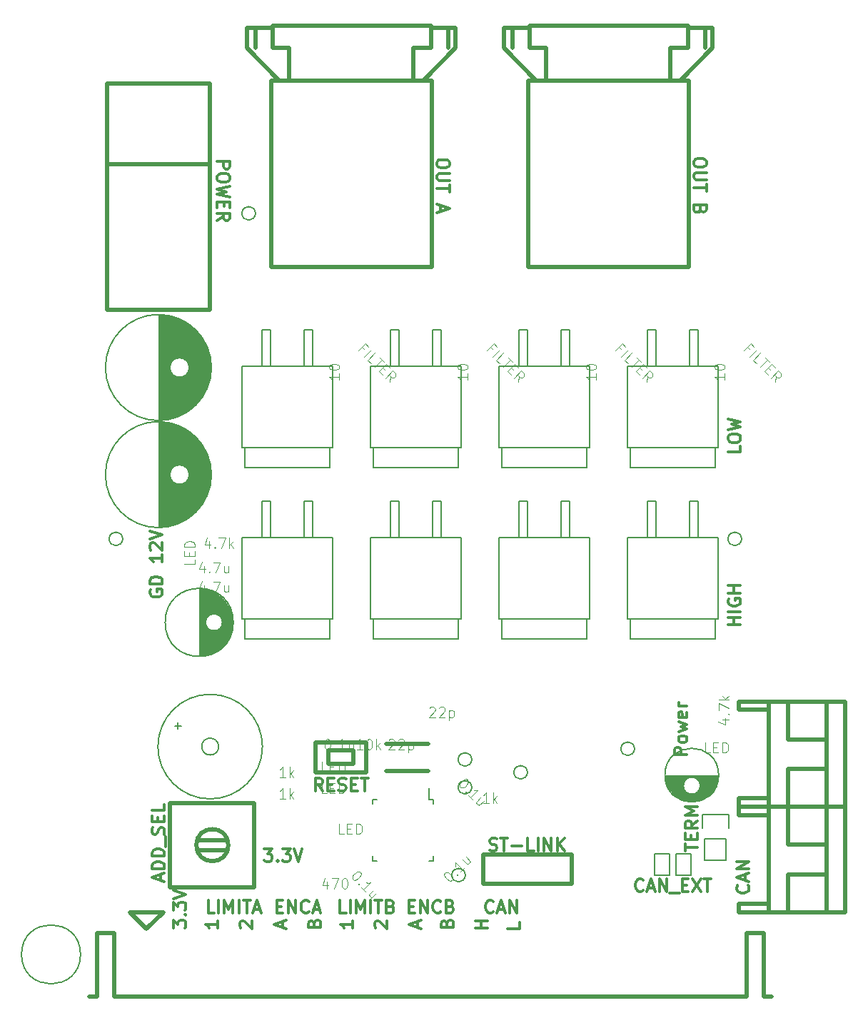
<source format=gbr>
G04 #@! TF.FileFunction,Legend,Top*
%FSLAX46Y46*%
G04 Gerber Fmt 4.6, Leading zero omitted, Abs format (unit mm)*
G04 Created by KiCad (PCBNEW 4.0.3-stable) date 09/16/16 16:21:31*
%MOMM*%
%LPD*%
G01*
G04 APERTURE LIST*
%ADD10C,0.100000*%
%ADD11C,0.300000*%
%ADD12C,0.200000*%
%ADD13C,0.500000*%
%ADD14C,0.150000*%
%ADD15C,0.101600*%
G04 APERTURE END LIST*
D10*
D11*
X80204571Y-82724286D02*
X80204571Y-81867143D01*
X81704571Y-82295714D02*
X80204571Y-82295714D01*
X80918857Y-81367143D02*
X80918857Y-80867143D01*
X81704571Y-80652857D02*
X81704571Y-81367143D01*
X80204571Y-81367143D01*
X80204571Y-80652857D01*
X81704571Y-79152857D02*
X80990286Y-79652857D01*
X81704571Y-80010000D02*
X80204571Y-80010000D01*
X80204571Y-79438572D01*
X80276000Y-79295714D01*
X80347429Y-79224286D01*
X80490286Y-79152857D01*
X80704571Y-79152857D01*
X80847429Y-79224286D01*
X80918857Y-79295714D01*
X80990286Y-79438572D01*
X80990286Y-80010000D01*
X81704571Y-78510000D02*
X80204571Y-78510000D01*
X81276000Y-78010000D01*
X80204571Y-77510000D01*
X81704571Y-77510000D01*
X75240001Y-87403714D02*
X75168572Y-87475143D01*
X74954286Y-87546571D01*
X74811429Y-87546571D01*
X74597144Y-87475143D01*
X74454286Y-87332286D01*
X74382858Y-87189429D01*
X74311429Y-86903714D01*
X74311429Y-86689429D01*
X74382858Y-86403714D01*
X74454286Y-86260857D01*
X74597144Y-86118000D01*
X74811429Y-86046571D01*
X74954286Y-86046571D01*
X75168572Y-86118000D01*
X75240001Y-86189429D01*
X75811429Y-87118000D02*
X76525715Y-87118000D01*
X75668572Y-87546571D02*
X76168572Y-86046571D01*
X76668572Y-87546571D01*
X77168572Y-87546571D02*
X77168572Y-86046571D01*
X78025715Y-87546571D01*
X78025715Y-86046571D01*
X78382858Y-87689429D02*
X79525715Y-87689429D01*
X79882858Y-86760857D02*
X80382858Y-86760857D01*
X80597144Y-87546571D02*
X79882858Y-87546571D01*
X79882858Y-86046571D01*
X80597144Y-86046571D01*
X81097144Y-86046571D02*
X82097144Y-87546571D01*
X82097144Y-86046571D02*
X81097144Y-87546571D01*
X82454286Y-86046571D02*
X83311429Y-86046571D01*
X82882858Y-87546571D02*
X82882858Y-86046571D01*
X37191429Y-75608571D02*
X36691429Y-74894286D01*
X36334286Y-75608571D02*
X36334286Y-74108571D01*
X36905714Y-74108571D01*
X37048572Y-74180000D01*
X37120000Y-74251429D01*
X37191429Y-74394286D01*
X37191429Y-74608571D01*
X37120000Y-74751429D01*
X37048572Y-74822857D01*
X36905714Y-74894286D01*
X36334286Y-74894286D01*
X37834286Y-74822857D02*
X38334286Y-74822857D01*
X38548572Y-75608571D02*
X37834286Y-75608571D01*
X37834286Y-74108571D01*
X38548572Y-74108571D01*
X39120000Y-75537143D02*
X39334286Y-75608571D01*
X39691429Y-75608571D01*
X39834286Y-75537143D01*
X39905715Y-75465714D01*
X39977143Y-75322857D01*
X39977143Y-75180000D01*
X39905715Y-75037143D01*
X39834286Y-74965714D01*
X39691429Y-74894286D01*
X39405715Y-74822857D01*
X39262857Y-74751429D01*
X39191429Y-74680000D01*
X39120000Y-74537143D01*
X39120000Y-74394286D01*
X39191429Y-74251429D01*
X39262857Y-74180000D01*
X39405715Y-74108571D01*
X39762857Y-74108571D01*
X39977143Y-74180000D01*
X40620000Y-74822857D02*
X41120000Y-74822857D01*
X41334286Y-75608571D02*
X40620000Y-75608571D01*
X40620000Y-74108571D01*
X41334286Y-74108571D01*
X41762857Y-74108571D02*
X42620000Y-74108571D01*
X42191429Y-75608571D02*
X42191429Y-74108571D01*
X86784571Y-55915429D02*
X85284571Y-55915429D01*
X85998857Y-55915429D02*
X85998857Y-55058286D01*
X86784571Y-55058286D02*
X85284571Y-55058286D01*
X86784571Y-54344000D02*
X85284571Y-54344000D01*
X85356000Y-52844000D02*
X85284571Y-52986857D01*
X85284571Y-53201143D01*
X85356000Y-53415428D01*
X85498857Y-53558286D01*
X85641714Y-53629714D01*
X85927429Y-53701143D01*
X86141714Y-53701143D01*
X86427429Y-53629714D01*
X86570286Y-53558286D01*
X86713143Y-53415428D01*
X86784571Y-53201143D01*
X86784571Y-53058286D01*
X86713143Y-52844000D01*
X86641714Y-52772571D01*
X86141714Y-52772571D01*
X86141714Y-53058286D01*
X86784571Y-52129714D02*
X85284571Y-52129714D01*
X85998857Y-52129714D02*
X85998857Y-51272571D01*
X86784571Y-51272571D02*
X85284571Y-51272571D01*
X86784571Y-34706571D02*
X86784571Y-35420857D01*
X85284571Y-35420857D01*
X85284571Y-33920857D02*
X85284571Y-33635143D01*
X85356000Y-33492285D01*
X85498857Y-33349428D01*
X85784571Y-33278000D01*
X86284571Y-33278000D01*
X86570286Y-33349428D01*
X86713143Y-33492285D01*
X86784571Y-33635143D01*
X86784571Y-33920857D01*
X86713143Y-34063714D01*
X86570286Y-34206571D01*
X86284571Y-34278000D01*
X85784571Y-34278000D01*
X85498857Y-34206571D01*
X85356000Y-34063714D01*
X85284571Y-33920857D01*
X85284571Y-32777999D02*
X86784571Y-32420856D01*
X85713143Y-32135142D01*
X86784571Y-31849428D01*
X85284571Y-31492285D01*
X57039428Y-82649143D02*
X57253714Y-82720571D01*
X57610857Y-82720571D01*
X57753714Y-82649143D01*
X57825143Y-82577714D01*
X57896571Y-82434857D01*
X57896571Y-82292000D01*
X57825143Y-82149143D01*
X57753714Y-82077714D01*
X57610857Y-82006286D01*
X57325143Y-81934857D01*
X57182285Y-81863429D01*
X57110857Y-81792000D01*
X57039428Y-81649143D01*
X57039428Y-81506286D01*
X57110857Y-81363429D01*
X57182285Y-81292000D01*
X57325143Y-81220571D01*
X57682285Y-81220571D01*
X57896571Y-81292000D01*
X58325142Y-81220571D02*
X59182285Y-81220571D01*
X58753714Y-82720571D02*
X58753714Y-81220571D01*
X59682285Y-82149143D02*
X60825142Y-82149143D01*
X62253714Y-82720571D02*
X61539428Y-82720571D01*
X61539428Y-81220571D01*
X62753714Y-82720571D02*
X62753714Y-81220571D01*
X63468000Y-82720571D02*
X63468000Y-81220571D01*
X64325143Y-82720571D01*
X64325143Y-81220571D01*
X65039429Y-82720571D02*
X65039429Y-81220571D01*
X65896572Y-82720571D02*
X65253715Y-81863429D01*
X65896572Y-81220571D02*
X65039429Y-82077714D01*
X18030000Y-86216571D02*
X18030000Y-85502285D01*
X18458571Y-86359428D02*
X16958571Y-85859428D01*
X18458571Y-85359428D01*
X18458571Y-84859428D02*
X16958571Y-84859428D01*
X16958571Y-84502285D01*
X17030000Y-84288000D01*
X17172857Y-84145142D01*
X17315714Y-84073714D01*
X17601429Y-84002285D01*
X17815714Y-84002285D01*
X18101429Y-84073714D01*
X18244286Y-84145142D01*
X18387143Y-84288000D01*
X18458571Y-84502285D01*
X18458571Y-84859428D01*
X18458571Y-83359428D02*
X16958571Y-83359428D01*
X16958571Y-83002285D01*
X17030000Y-82788000D01*
X17172857Y-82645142D01*
X17315714Y-82573714D01*
X17601429Y-82502285D01*
X17815714Y-82502285D01*
X18101429Y-82573714D01*
X18244286Y-82645142D01*
X18387143Y-82788000D01*
X18458571Y-83002285D01*
X18458571Y-83359428D01*
X18601429Y-82216571D02*
X18601429Y-81073714D01*
X18387143Y-80788000D02*
X18458571Y-80573714D01*
X18458571Y-80216571D01*
X18387143Y-80073714D01*
X18315714Y-80002285D01*
X18172857Y-79930857D01*
X18030000Y-79930857D01*
X17887143Y-80002285D01*
X17815714Y-80073714D01*
X17744286Y-80216571D01*
X17672857Y-80502285D01*
X17601429Y-80645143D01*
X17530000Y-80716571D01*
X17387143Y-80788000D01*
X17244286Y-80788000D01*
X17101429Y-80716571D01*
X17030000Y-80645143D01*
X16958571Y-80502285D01*
X16958571Y-80145143D01*
X17030000Y-79930857D01*
X17672857Y-79288000D02*
X17672857Y-78788000D01*
X18458571Y-78573714D02*
X18458571Y-79288000D01*
X16958571Y-79288000D01*
X16958571Y-78573714D01*
X18458571Y-77216571D02*
X18458571Y-77930857D01*
X16958571Y-77930857D01*
X30297715Y-82490571D02*
X31226286Y-82490571D01*
X30726286Y-83062000D01*
X30940572Y-83062000D01*
X31083429Y-83133429D01*
X31154858Y-83204857D01*
X31226286Y-83347714D01*
X31226286Y-83704857D01*
X31154858Y-83847714D01*
X31083429Y-83919143D01*
X30940572Y-83990571D01*
X30512000Y-83990571D01*
X30369143Y-83919143D01*
X30297715Y-83847714D01*
X31869143Y-83847714D02*
X31940571Y-83919143D01*
X31869143Y-83990571D01*
X31797714Y-83919143D01*
X31869143Y-83847714D01*
X31869143Y-83990571D01*
X32440572Y-82490571D02*
X33369143Y-82490571D01*
X32869143Y-83062000D01*
X33083429Y-83062000D01*
X33226286Y-83133429D01*
X33297715Y-83204857D01*
X33369143Y-83347714D01*
X33369143Y-83704857D01*
X33297715Y-83847714D01*
X33226286Y-83919143D01*
X33083429Y-83990571D01*
X32654857Y-83990571D01*
X32512000Y-83919143D01*
X32440572Y-83847714D01*
X33797714Y-82490571D02*
X34297714Y-83990571D01*
X34797714Y-82490571D01*
X80434571Y-71290285D02*
X78934571Y-71290285D01*
X78934571Y-70718857D01*
X79006000Y-70575999D01*
X79077429Y-70504571D01*
X79220286Y-70433142D01*
X79434571Y-70433142D01*
X79577429Y-70504571D01*
X79648857Y-70575999D01*
X79720286Y-70718857D01*
X79720286Y-71290285D01*
X80434571Y-69575999D02*
X80363143Y-69718857D01*
X80291714Y-69790285D01*
X80148857Y-69861714D01*
X79720286Y-69861714D01*
X79577429Y-69790285D01*
X79506000Y-69718857D01*
X79434571Y-69575999D01*
X79434571Y-69361714D01*
X79506000Y-69218857D01*
X79577429Y-69147428D01*
X79720286Y-69075999D01*
X80148857Y-69075999D01*
X80291714Y-69147428D01*
X80363143Y-69218857D01*
X80434571Y-69361714D01*
X80434571Y-69575999D01*
X79434571Y-68575999D02*
X80434571Y-68290285D01*
X79720286Y-68004571D01*
X80434571Y-67718856D01*
X79434571Y-67433142D01*
X80363143Y-66290285D02*
X80434571Y-66433142D01*
X80434571Y-66718856D01*
X80363143Y-66861713D01*
X80220286Y-66933142D01*
X79648857Y-66933142D01*
X79506000Y-66861713D01*
X79434571Y-66718856D01*
X79434571Y-66433142D01*
X79506000Y-66290285D01*
X79648857Y-66218856D01*
X79791714Y-66218856D01*
X79934571Y-66933142D01*
X80434571Y-65575999D02*
X79434571Y-65575999D01*
X79720286Y-65575999D02*
X79577429Y-65504571D01*
X79506000Y-65433142D01*
X79434571Y-65290285D01*
X79434571Y-65147428D01*
X60622571Y-91229714D02*
X60622571Y-91944000D01*
X59122571Y-91944000D01*
X56812571Y-91868571D02*
X55312571Y-91868571D01*
X56026857Y-91868571D02*
X56026857Y-91011428D01*
X56812571Y-91011428D02*
X55312571Y-91011428D01*
X51962857Y-91332857D02*
X52034286Y-91118571D01*
X52105714Y-91047143D01*
X52248571Y-90975714D01*
X52462857Y-90975714D01*
X52605714Y-91047143D01*
X52677143Y-91118571D01*
X52748571Y-91261429D01*
X52748571Y-91832857D01*
X51248571Y-91832857D01*
X51248571Y-91332857D01*
X51320000Y-91190000D01*
X51391429Y-91118571D01*
X51534286Y-91047143D01*
X51677143Y-91047143D01*
X51820000Y-91118571D01*
X51891429Y-91190000D01*
X51962857Y-91332857D01*
X51962857Y-91832857D01*
X48510000Y-91797143D02*
X48510000Y-91082857D01*
X48938571Y-91940000D02*
X47438571Y-91440000D01*
X48938571Y-90940000D01*
X43517429Y-91868571D02*
X43446000Y-91797142D01*
X43374571Y-91654285D01*
X43374571Y-91297142D01*
X43446000Y-91154285D01*
X43517429Y-91082856D01*
X43660286Y-91011428D01*
X43803143Y-91011428D01*
X44017429Y-91082856D01*
X44874571Y-91939999D01*
X44874571Y-91011428D01*
X40810571Y-91011428D02*
X40810571Y-91868571D01*
X40810571Y-91439999D02*
X39310571Y-91439999D01*
X39524857Y-91582856D01*
X39667714Y-91725714D01*
X39739143Y-91868571D01*
X36214857Y-91332857D02*
X36286286Y-91118571D01*
X36357714Y-91047143D01*
X36500571Y-90975714D01*
X36714857Y-90975714D01*
X36857714Y-91047143D01*
X36929143Y-91118571D01*
X37000571Y-91261429D01*
X37000571Y-91832857D01*
X35500571Y-91832857D01*
X35500571Y-91332857D01*
X35572000Y-91190000D01*
X35643429Y-91118571D01*
X35786286Y-91047143D01*
X35929143Y-91047143D01*
X36072000Y-91118571D01*
X36143429Y-91190000D01*
X36214857Y-91332857D01*
X36214857Y-91832857D01*
X32508000Y-91797143D02*
X32508000Y-91082857D01*
X32936571Y-91940000D02*
X31436571Y-91440000D01*
X32936571Y-90940000D01*
X27515429Y-91868571D02*
X27444000Y-91797142D01*
X27372571Y-91654285D01*
X27372571Y-91297142D01*
X27444000Y-91154285D01*
X27515429Y-91082856D01*
X27658286Y-91011428D01*
X27801143Y-91011428D01*
X28015429Y-91082856D01*
X28872571Y-91939999D01*
X28872571Y-91011428D01*
X24808571Y-91011428D02*
X24808571Y-91868571D01*
X24808571Y-91439999D02*
X23308571Y-91439999D01*
X23522857Y-91582856D01*
X23665714Y-91725714D01*
X23737143Y-91868571D01*
X19498571Y-91876285D02*
X19498571Y-90947714D01*
X20070000Y-91447714D01*
X20070000Y-91233428D01*
X20141429Y-91090571D01*
X20212857Y-91019142D01*
X20355714Y-90947714D01*
X20712857Y-90947714D01*
X20855714Y-91019142D01*
X20927143Y-91090571D01*
X20998571Y-91233428D01*
X20998571Y-91662000D01*
X20927143Y-91804857D01*
X20855714Y-91876285D01*
X20855714Y-90304857D02*
X20927143Y-90233429D01*
X20998571Y-90304857D01*
X20927143Y-90376286D01*
X20855714Y-90304857D01*
X20998571Y-90304857D01*
X19498571Y-89733428D02*
X19498571Y-88804857D01*
X20070000Y-89304857D01*
X20070000Y-89090571D01*
X20141429Y-88947714D01*
X20212857Y-88876285D01*
X20355714Y-88804857D01*
X20712857Y-88804857D01*
X20855714Y-88876285D01*
X20927143Y-88947714D01*
X20998571Y-89090571D01*
X20998571Y-89519143D01*
X20927143Y-89662000D01*
X20855714Y-89733428D01*
X19498571Y-88376286D02*
X20998571Y-87876286D01*
X19498571Y-87376286D01*
X57455715Y-89943714D02*
X57384286Y-90015143D01*
X57170000Y-90086571D01*
X57027143Y-90086571D01*
X56812858Y-90015143D01*
X56670000Y-89872286D01*
X56598572Y-89729429D01*
X56527143Y-89443714D01*
X56527143Y-89229429D01*
X56598572Y-88943714D01*
X56670000Y-88800857D01*
X56812858Y-88658000D01*
X57027143Y-88586571D01*
X57170000Y-88586571D01*
X57384286Y-88658000D01*
X57455715Y-88729429D01*
X58027143Y-89658000D02*
X58741429Y-89658000D01*
X57884286Y-90086571D02*
X58384286Y-88586571D01*
X58884286Y-90086571D01*
X59384286Y-90086571D02*
X59384286Y-88586571D01*
X60241429Y-90086571D01*
X60241429Y-88586571D01*
X47430857Y-89300857D02*
X47930857Y-89300857D01*
X48145143Y-90086571D02*
X47430857Y-90086571D01*
X47430857Y-88586571D01*
X48145143Y-88586571D01*
X48788000Y-90086571D02*
X48788000Y-88586571D01*
X49645143Y-90086571D01*
X49645143Y-88586571D01*
X51216572Y-89943714D02*
X51145143Y-90015143D01*
X50930857Y-90086571D01*
X50788000Y-90086571D01*
X50573715Y-90015143D01*
X50430857Y-89872286D01*
X50359429Y-89729429D01*
X50288000Y-89443714D01*
X50288000Y-89229429D01*
X50359429Y-88943714D01*
X50430857Y-88800857D01*
X50573715Y-88658000D01*
X50788000Y-88586571D01*
X50930857Y-88586571D01*
X51145143Y-88658000D01*
X51216572Y-88729429D01*
X52359429Y-89300857D02*
X52573715Y-89372286D01*
X52645143Y-89443714D01*
X52716572Y-89586571D01*
X52716572Y-89800857D01*
X52645143Y-89943714D01*
X52573715Y-90015143D01*
X52430857Y-90086571D01*
X51859429Y-90086571D01*
X51859429Y-88586571D01*
X52359429Y-88586571D01*
X52502286Y-88658000D01*
X52573715Y-88729429D01*
X52645143Y-88872286D01*
X52645143Y-89015143D01*
X52573715Y-89158000D01*
X52502286Y-89229429D01*
X52359429Y-89300857D01*
X51859429Y-89300857D01*
X39989429Y-90086571D02*
X39275143Y-90086571D01*
X39275143Y-88586571D01*
X40489429Y-90086571D02*
X40489429Y-88586571D01*
X41203715Y-90086571D02*
X41203715Y-88586571D01*
X41703715Y-89658000D01*
X42203715Y-88586571D01*
X42203715Y-90086571D01*
X42918001Y-90086571D02*
X42918001Y-88586571D01*
X43418001Y-88586571D02*
X44275144Y-88586571D01*
X43846573Y-90086571D02*
X43846573Y-88586571D01*
X45275144Y-89300857D02*
X45489430Y-89372286D01*
X45560858Y-89443714D01*
X45632287Y-89586571D01*
X45632287Y-89800857D01*
X45560858Y-89943714D01*
X45489430Y-90015143D01*
X45346572Y-90086571D01*
X44775144Y-90086571D01*
X44775144Y-88586571D01*
X45275144Y-88586571D01*
X45418001Y-88658000D01*
X45489430Y-88729429D01*
X45560858Y-88872286D01*
X45560858Y-89015143D01*
X45489430Y-89158000D01*
X45418001Y-89229429D01*
X45275144Y-89300857D01*
X44775144Y-89300857D01*
X31790000Y-89300857D02*
X32290000Y-89300857D01*
X32504286Y-90086571D02*
X31790000Y-90086571D01*
X31790000Y-88586571D01*
X32504286Y-88586571D01*
X33147143Y-90086571D02*
X33147143Y-88586571D01*
X34004286Y-90086571D01*
X34004286Y-88586571D01*
X35575715Y-89943714D02*
X35504286Y-90015143D01*
X35290000Y-90086571D01*
X35147143Y-90086571D01*
X34932858Y-90015143D01*
X34790000Y-89872286D01*
X34718572Y-89729429D01*
X34647143Y-89443714D01*
X34647143Y-89229429D01*
X34718572Y-88943714D01*
X34790000Y-88800857D01*
X34932858Y-88658000D01*
X35147143Y-88586571D01*
X35290000Y-88586571D01*
X35504286Y-88658000D01*
X35575715Y-88729429D01*
X36147143Y-89658000D02*
X36861429Y-89658000D01*
X36004286Y-90086571D02*
X36504286Y-88586571D01*
X37004286Y-90086571D01*
X24348572Y-90086571D02*
X23634286Y-90086571D01*
X23634286Y-88586571D01*
X24848572Y-90086571D02*
X24848572Y-88586571D01*
X25562858Y-90086571D02*
X25562858Y-88586571D01*
X26062858Y-89658000D01*
X26562858Y-88586571D01*
X26562858Y-90086571D01*
X27277144Y-90086571D02*
X27277144Y-88586571D01*
X27777144Y-88586571D02*
X28634287Y-88586571D01*
X28205716Y-90086571D02*
X28205716Y-88586571D01*
X29062858Y-89658000D02*
X29777144Y-89658000D01*
X28920001Y-90086571D02*
X29420001Y-88586571D01*
X29920001Y-90086571D01*
X16776000Y-51767999D02*
X16704571Y-51910856D01*
X16704571Y-52125142D01*
X16776000Y-52339427D01*
X16918857Y-52482285D01*
X17061714Y-52553713D01*
X17347429Y-52625142D01*
X17561714Y-52625142D01*
X17847429Y-52553713D01*
X17990286Y-52482285D01*
X18133143Y-52339427D01*
X18204571Y-52125142D01*
X18204571Y-51982285D01*
X18133143Y-51767999D01*
X18061714Y-51696570D01*
X17561714Y-51696570D01*
X17561714Y-51982285D01*
X18204571Y-51053713D02*
X16704571Y-51053713D01*
X16704571Y-50696570D01*
X16776000Y-50482285D01*
X16918857Y-50339427D01*
X17061714Y-50267999D01*
X17347429Y-50196570D01*
X17561714Y-50196570D01*
X17847429Y-50267999D01*
X17990286Y-50339427D01*
X18133143Y-50482285D01*
X18204571Y-50696570D01*
X18204571Y-51053713D01*
X18204571Y-47625142D02*
X18204571Y-48482285D01*
X18204571Y-48053713D02*
X16704571Y-48053713D01*
X16918857Y-48196570D01*
X17061714Y-48339428D01*
X17133143Y-48482285D01*
X16847429Y-47053714D02*
X16776000Y-46982285D01*
X16704571Y-46839428D01*
X16704571Y-46482285D01*
X16776000Y-46339428D01*
X16847429Y-46267999D01*
X16990286Y-46196571D01*
X17133143Y-46196571D01*
X17347429Y-46267999D01*
X18204571Y-47125142D01*
X18204571Y-46196571D01*
X16704571Y-45768000D02*
X18204571Y-45268000D01*
X16704571Y-44768000D01*
X24721429Y-980714D02*
X26221429Y-980714D01*
X26221429Y-1552142D01*
X26150000Y-1695000D01*
X26078571Y-1766428D01*
X25935714Y-1837857D01*
X25721429Y-1837857D01*
X25578571Y-1766428D01*
X25507143Y-1695000D01*
X25435714Y-1552142D01*
X25435714Y-980714D01*
X26221429Y-2766428D02*
X26221429Y-3052142D01*
X26150000Y-3195000D01*
X26007143Y-3337857D01*
X25721429Y-3409285D01*
X25221429Y-3409285D01*
X24935714Y-3337857D01*
X24792857Y-3195000D01*
X24721429Y-3052142D01*
X24721429Y-2766428D01*
X24792857Y-2623571D01*
X24935714Y-2480714D01*
X25221429Y-2409285D01*
X25721429Y-2409285D01*
X26007143Y-2480714D01*
X26150000Y-2623571D01*
X26221429Y-2766428D01*
X26221429Y-3909286D02*
X24721429Y-4266429D01*
X25792857Y-4552143D01*
X24721429Y-4837857D01*
X26221429Y-5195000D01*
X25507143Y-5766429D02*
X25507143Y-6266429D01*
X24721429Y-6480715D02*
X24721429Y-5766429D01*
X26221429Y-5766429D01*
X26221429Y-6480715D01*
X24721429Y-7980715D02*
X25435714Y-7480715D01*
X24721429Y-7123572D02*
X26221429Y-7123572D01*
X26221429Y-7695000D01*
X26150000Y-7837858D01*
X26078571Y-7909286D01*
X25935714Y-7980715D01*
X25721429Y-7980715D01*
X25578571Y-7909286D01*
X25507143Y-7837858D01*
X25435714Y-7695000D01*
X25435714Y-7123572D01*
X82736429Y-988571D02*
X82736429Y-1274285D01*
X82665000Y-1417143D01*
X82522143Y-1560000D01*
X82236429Y-1631428D01*
X81736429Y-1631428D01*
X81450714Y-1560000D01*
X81307857Y-1417143D01*
X81236429Y-1274285D01*
X81236429Y-988571D01*
X81307857Y-845714D01*
X81450714Y-702857D01*
X81736429Y-631428D01*
X82236429Y-631428D01*
X82522143Y-702857D01*
X82665000Y-845714D01*
X82736429Y-988571D01*
X82736429Y-2274286D02*
X81522143Y-2274286D01*
X81379286Y-2345714D01*
X81307857Y-2417143D01*
X81236429Y-2560000D01*
X81236429Y-2845714D01*
X81307857Y-2988572D01*
X81379286Y-3060000D01*
X81522143Y-3131429D01*
X82736429Y-3131429D01*
X82736429Y-3631429D02*
X82736429Y-4488572D01*
X81236429Y-4060001D02*
X82736429Y-4060001D01*
X82022143Y-6631429D02*
X81950714Y-6845715D01*
X81879286Y-6917143D01*
X81736429Y-6988572D01*
X81522143Y-6988572D01*
X81379286Y-6917143D01*
X81307857Y-6845715D01*
X81236429Y-6702857D01*
X81236429Y-6131429D01*
X82736429Y-6131429D01*
X82736429Y-6631429D01*
X82665000Y-6774286D01*
X82593571Y-6845715D01*
X82450714Y-6917143D01*
X82307857Y-6917143D01*
X82165000Y-6845715D01*
X82093571Y-6774286D01*
X82022143Y-6631429D01*
X82022143Y-6131429D01*
X52256429Y-1095714D02*
X52256429Y-1381428D01*
X52185000Y-1524286D01*
X52042143Y-1667143D01*
X51756429Y-1738571D01*
X51256429Y-1738571D01*
X50970714Y-1667143D01*
X50827857Y-1524286D01*
X50756429Y-1381428D01*
X50756429Y-1095714D01*
X50827857Y-952857D01*
X50970714Y-810000D01*
X51256429Y-738571D01*
X51756429Y-738571D01*
X52042143Y-810000D01*
X52185000Y-952857D01*
X52256429Y-1095714D01*
X52256429Y-2381429D02*
X51042143Y-2381429D01*
X50899286Y-2452857D01*
X50827857Y-2524286D01*
X50756429Y-2667143D01*
X50756429Y-2952857D01*
X50827857Y-3095715D01*
X50899286Y-3167143D01*
X51042143Y-3238572D01*
X52256429Y-3238572D01*
X52256429Y-3738572D02*
X52256429Y-4595715D01*
X50756429Y-4167144D02*
X52256429Y-4167144D01*
X51185000Y-6167143D02*
X51185000Y-6881429D01*
X50756429Y-6024286D02*
X52256429Y-6524286D01*
X50756429Y-7024286D01*
X87657714Y-86816285D02*
X87729143Y-86887714D01*
X87800571Y-87102000D01*
X87800571Y-87244857D01*
X87729143Y-87459142D01*
X87586286Y-87602000D01*
X87443429Y-87673428D01*
X87157714Y-87744857D01*
X86943429Y-87744857D01*
X86657714Y-87673428D01*
X86514857Y-87602000D01*
X86372000Y-87459142D01*
X86300571Y-87244857D01*
X86300571Y-87102000D01*
X86372000Y-86887714D01*
X86443429Y-86816285D01*
X87372000Y-86244857D02*
X87372000Y-85530571D01*
X87800571Y-86387714D02*
X86300571Y-85887714D01*
X87800571Y-85387714D01*
X87800571Y-84887714D02*
X86300571Y-84887714D01*
X87800571Y-84030571D01*
X86300571Y-84030571D01*
D12*
X8500000Y-95000000D02*
G75*
G03X8500000Y-95000000I-3500000J0D01*
G01*
D13*
X40870000Y-72428000D02*
X40870000Y-70828000D01*
X40870000Y-70828000D02*
X37870000Y-70828000D01*
X37870000Y-70828000D02*
X37870000Y-72428000D01*
X37870000Y-72428000D02*
X40870000Y-72428000D01*
X42370000Y-73428000D02*
X42370000Y-69828000D01*
X42370000Y-69828000D02*
X36370000Y-69828000D01*
X36370000Y-69828000D02*
X36370000Y-73428000D01*
X36370000Y-73428000D02*
X42370000Y-73428000D01*
D14*
X50361000Y-76639000D02*
X49836000Y-76639000D01*
X50361000Y-83889000D02*
X49836000Y-83889000D01*
X43111000Y-83889000D02*
X43636000Y-83889000D01*
X43111000Y-76639000D02*
X43636000Y-76639000D01*
X50361000Y-76639000D02*
X50361000Y-77164000D01*
X43111000Y-76639000D02*
X43111000Y-77164000D01*
X43111000Y-83889000D02*
X43111000Y-83364000D01*
X50361000Y-83889000D02*
X50361000Y-83364000D01*
X49836000Y-76639000D02*
X49836000Y-75264000D01*
X84149000Y-73825000D02*
X77851000Y-73825000D01*
X84143000Y-73965000D02*
X77857000Y-73965000D01*
X84130000Y-74105000D02*
X81446000Y-74105000D01*
X80554000Y-74105000D02*
X77870000Y-74105000D01*
X84111000Y-74245000D02*
X81656000Y-74245000D01*
X80344000Y-74245000D02*
X77889000Y-74245000D01*
X84085000Y-74385000D02*
X81789000Y-74385000D01*
X80211000Y-74385000D02*
X77915000Y-74385000D01*
X84053000Y-74525000D02*
X81880000Y-74525000D01*
X80120000Y-74525000D02*
X77947000Y-74525000D01*
X84014000Y-74665000D02*
X81942000Y-74665000D01*
X80058000Y-74665000D02*
X77986000Y-74665000D01*
X83968000Y-74805000D02*
X81981000Y-74805000D01*
X80019000Y-74805000D02*
X78032000Y-74805000D01*
X83915000Y-74945000D02*
X81998000Y-74945000D01*
X80002000Y-74945000D02*
X78085000Y-74945000D01*
X83853000Y-75085000D02*
X81996000Y-75085000D01*
X80004000Y-75085000D02*
X78147000Y-75085000D01*
X83783000Y-75225000D02*
X81974000Y-75225000D01*
X80026000Y-75225000D02*
X78217000Y-75225000D01*
X83704000Y-75365000D02*
X81931000Y-75365000D01*
X80069000Y-75365000D02*
X78296000Y-75365000D01*
X83616000Y-75505000D02*
X81863000Y-75505000D01*
X80137000Y-75505000D02*
X78384000Y-75505000D01*
X83516000Y-75645000D02*
X81764000Y-75645000D01*
X80236000Y-75645000D02*
X78484000Y-75645000D01*
X83404000Y-75785000D02*
X81619000Y-75785000D01*
X80381000Y-75785000D02*
X78596000Y-75785000D01*
X83279000Y-75925000D02*
X81380000Y-75925000D01*
X80620000Y-75925000D02*
X78721000Y-75925000D01*
X83136000Y-76065000D02*
X78864000Y-76065000D01*
X82974000Y-76205000D02*
X79026000Y-76205000D01*
X82786000Y-76345000D02*
X79214000Y-76345000D01*
X82563000Y-76485000D02*
X79437000Y-76485000D01*
X82287000Y-76625000D02*
X79713000Y-76625000D01*
X81912000Y-76765000D02*
X80088000Y-76765000D01*
X82000000Y-75000000D02*
G75*
G03X82000000Y-75000000I-1000000J0D01*
G01*
X84187500Y-73750000D02*
G75*
G03X84187500Y-73750000I-3187500J0D01*
G01*
D13*
X86600000Y-77500000D02*
X86600000Y-78500000D01*
X86600000Y-78500000D02*
X90100000Y-78500000D01*
X86600000Y-90000000D02*
X86600000Y-89000000D01*
X86600000Y-89000000D02*
X90100000Y-89000000D01*
X90100000Y-77500000D02*
X90100000Y-90000000D01*
X92400000Y-82000000D02*
X92400000Y-77500000D01*
X92400000Y-85500000D02*
X92400000Y-90000000D01*
X92400000Y-82000000D02*
X97000000Y-82000000D01*
X92400000Y-85500000D02*
X97000000Y-85500000D01*
X97000000Y-90000000D02*
X97000000Y-77500000D01*
X86600000Y-77500000D02*
X99200000Y-77500000D01*
X99200000Y-77500000D02*
X99200000Y-90000000D01*
X86600000Y-90000000D02*
X99200000Y-90000000D01*
D14*
X68503800Y-55232300D02*
X68503800Y-57594500D01*
X68503800Y-57594500D02*
X58496200Y-57594500D01*
X58496200Y-57594500D02*
X58496200Y-55232300D01*
X60502800Y-41249600D02*
X60502800Y-45580300D01*
X61506100Y-41249600D02*
X60502800Y-41249600D01*
X61506100Y-45580300D02*
X61506100Y-41249600D01*
X66497200Y-45580300D02*
X66497200Y-41249600D01*
X66497200Y-41249600D02*
X65493900Y-41249600D01*
X65493900Y-41249600D02*
X65493900Y-45580300D01*
X68846700Y-55232300D02*
X58153300Y-55232300D01*
X58153300Y-55232300D02*
X58153300Y-45580300D01*
X58153300Y-45580300D02*
X68846700Y-45580300D01*
X68846700Y-45580300D02*
X68846700Y-55232300D01*
X38023800Y-55232300D02*
X38023800Y-57594500D01*
X38023800Y-57594500D02*
X28016200Y-57594500D01*
X28016200Y-57594500D02*
X28016200Y-55232300D01*
X30022800Y-41249600D02*
X30022800Y-45580300D01*
X31026100Y-41249600D02*
X30022800Y-41249600D01*
X31026100Y-45580300D02*
X31026100Y-41249600D01*
X36017200Y-45580300D02*
X36017200Y-41249600D01*
X36017200Y-41249600D02*
X35013900Y-41249600D01*
X35013900Y-41249600D02*
X35013900Y-45580300D01*
X38366700Y-55232300D02*
X27673300Y-55232300D01*
X27673300Y-55232300D02*
X27673300Y-45580300D01*
X27673300Y-45580300D02*
X38366700Y-45580300D01*
X38366700Y-45580300D02*
X38366700Y-55232300D01*
X85090000Y-81280000D02*
X85090000Y-83820000D01*
X85370000Y-78460000D02*
X85370000Y-80010000D01*
X85090000Y-81280000D02*
X82550000Y-81280000D01*
X82270000Y-80010000D02*
X82270000Y-78460000D01*
X82270000Y-78460000D02*
X85370000Y-78460000D01*
X82550000Y-81280000D02*
X82550000Y-83820000D01*
X82550000Y-83820000D02*
X85090000Y-83820000D01*
X53263800Y-55232300D02*
X53263800Y-57594500D01*
X53263800Y-57594500D02*
X43256200Y-57594500D01*
X43256200Y-57594500D02*
X43256200Y-55232300D01*
X45262800Y-41249600D02*
X45262800Y-45580300D01*
X46266100Y-41249600D02*
X45262800Y-41249600D01*
X46266100Y-45580300D02*
X46266100Y-41249600D01*
X51257200Y-45580300D02*
X51257200Y-41249600D01*
X51257200Y-41249600D02*
X50253900Y-41249600D01*
X50253900Y-41249600D02*
X50253900Y-45580300D01*
X53606700Y-55232300D02*
X42913300Y-55232300D01*
X42913300Y-55232300D02*
X42913300Y-45580300D01*
X42913300Y-45580300D02*
X53606700Y-45580300D01*
X53606700Y-45580300D02*
X53606700Y-55232300D01*
X53263800Y-34912300D02*
X53263800Y-37274500D01*
X53263800Y-37274500D02*
X43256200Y-37274500D01*
X43256200Y-37274500D02*
X43256200Y-34912300D01*
X45262800Y-20929600D02*
X45262800Y-25260300D01*
X46266100Y-20929600D02*
X45262800Y-20929600D01*
X46266100Y-25260300D02*
X46266100Y-20929600D01*
X51257200Y-25260300D02*
X51257200Y-20929600D01*
X51257200Y-20929600D02*
X50253900Y-20929600D01*
X50253900Y-20929600D02*
X50253900Y-25260300D01*
X53606700Y-34912300D02*
X42913300Y-34912300D01*
X42913300Y-34912300D02*
X42913300Y-25260300D01*
X42913300Y-25260300D02*
X53606700Y-25260300D01*
X53606700Y-25260300D02*
X53606700Y-34912300D01*
X38023800Y-34912300D02*
X38023800Y-37274500D01*
X38023800Y-37274500D02*
X28016200Y-37274500D01*
X28016200Y-37274500D02*
X28016200Y-34912300D01*
X30022800Y-20929600D02*
X30022800Y-25260300D01*
X31026100Y-20929600D02*
X30022800Y-20929600D01*
X31026100Y-25260300D02*
X31026100Y-20929600D01*
X36017200Y-25260300D02*
X36017200Y-20929600D01*
X36017200Y-20929600D02*
X35013900Y-20929600D01*
X35013900Y-20929600D02*
X35013900Y-25260300D01*
X38366700Y-34912300D02*
X27673300Y-34912300D01*
X27673300Y-34912300D02*
X27673300Y-25260300D01*
X27673300Y-25260300D02*
X38366700Y-25260300D01*
X38366700Y-25260300D02*
X38366700Y-34912300D01*
X83743800Y-55232300D02*
X83743800Y-57594500D01*
X83743800Y-57594500D02*
X73736200Y-57594500D01*
X73736200Y-57594500D02*
X73736200Y-55232300D01*
X75742800Y-41249600D02*
X75742800Y-45580300D01*
X76746100Y-41249600D02*
X75742800Y-41249600D01*
X76746100Y-45580300D02*
X76746100Y-41249600D01*
X81737200Y-45580300D02*
X81737200Y-41249600D01*
X81737200Y-41249600D02*
X80733900Y-41249600D01*
X80733900Y-41249600D02*
X80733900Y-45580300D01*
X84086700Y-55232300D02*
X73393300Y-55232300D01*
X73393300Y-55232300D02*
X73393300Y-45580300D01*
X73393300Y-45580300D02*
X84086700Y-45580300D01*
X84086700Y-45580300D02*
X84086700Y-55232300D01*
X83743800Y-34912300D02*
X83743800Y-37274500D01*
X83743800Y-37274500D02*
X73736200Y-37274500D01*
X73736200Y-37274500D02*
X73736200Y-34912300D01*
X75742800Y-20929600D02*
X75742800Y-25260300D01*
X76746100Y-20929600D02*
X75742800Y-20929600D01*
X76746100Y-25260300D02*
X76746100Y-20929600D01*
X81737200Y-25260300D02*
X81737200Y-20929600D01*
X81737200Y-20929600D02*
X80733900Y-20929600D01*
X80733900Y-20929600D02*
X80733900Y-25260300D01*
X84086700Y-34912300D02*
X73393300Y-34912300D01*
X73393300Y-34912300D02*
X73393300Y-25260300D01*
X73393300Y-25260300D02*
X84086700Y-25260300D01*
X84086700Y-25260300D02*
X84086700Y-34912300D01*
X68503800Y-34912300D02*
X68503800Y-37274500D01*
X68503800Y-37274500D02*
X58496200Y-37274500D01*
X58496200Y-37274500D02*
X58496200Y-34912300D01*
X60502800Y-20929600D02*
X60502800Y-25260300D01*
X61506100Y-20929600D02*
X60502800Y-20929600D01*
X61506100Y-25260300D02*
X61506100Y-20929600D01*
X66497200Y-25260300D02*
X66497200Y-20929600D01*
X66497200Y-20929600D02*
X65493900Y-20929600D01*
X65493900Y-20929600D02*
X65493900Y-25260300D01*
X68846700Y-34912300D02*
X58153300Y-34912300D01*
X58153300Y-34912300D02*
X58153300Y-25260300D01*
X58153300Y-25260300D02*
X68846700Y-25260300D01*
X68846700Y-25260300D02*
X68846700Y-34912300D01*
D13*
X23880000Y-1300000D02*
X11680000Y-1300000D01*
X23880000Y-18600000D02*
X23880000Y8300000D01*
X23880000Y8300000D02*
X11680000Y8300000D01*
X11680000Y8300000D02*
X11680000Y-18600000D01*
X11680000Y-18600000D02*
X23880000Y-18600000D01*
X49744000Y-70028000D02*
X44744000Y-70028000D01*
X44744000Y-73228000D02*
X49744000Y-73228000D01*
X52080000Y12500000D02*
X52080000Y14900000D01*
X52980000Y14900000D02*
X52980000Y12500000D01*
X50080000Y14900000D02*
X52980000Y14900000D01*
X28280000Y14900000D02*
X28280000Y12500000D01*
X29280000Y12500000D02*
X29280000Y14900000D01*
X31280000Y14900000D02*
X28280000Y14900000D01*
X50080000Y15100000D02*
X31280000Y15100000D01*
X28280000Y12500000D02*
X32080000Y8600000D01*
X52980000Y12500000D02*
X49180000Y8600000D01*
X47980000Y12500000D02*
X47980000Y8600000D01*
X33280000Y12500000D02*
X33280000Y8600000D01*
X31280000Y12500000D02*
X33280000Y12500000D01*
X31280000Y12500000D02*
X31280000Y15100000D01*
X50080000Y12500000D02*
X47980000Y12500000D01*
X50080000Y12500000D02*
X50080000Y15100000D01*
X50180000Y-13500000D02*
X31080000Y-13500000D01*
X31080000Y-13500000D02*
X31080000Y8600000D01*
X31080000Y8600000D02*
X50180000Y8600000D01*
X50180000Y-13500000D02*
X50180000Y8600000D01*
X82560000Y12500000D02*
X82560000Y14900000D01*
X83460000Y14900000D02*
X83460000Y12500000D01*
X80560000Y14900000D02*
X83460000Y14900000D01*
X58760000Y14900000D02*
X58760000Y12500000D01*
X59760000Y12500000D02*
X59760000Y14900000D01*
X61760000Y14900000D02*
X58760000Y14900000D01*
X80560000Y15100000D02*
X61760000Y15100000D01*
X58760000Y12500000D02*
X62560000Y8600000D01*
X83460000Y12500000D02*
X79660000Y8600000D01*
X78460000Y12500000D02*
X78460000Y8600000D01*
X63760000Y12500000D02*
X63760000Y8600000D01*
X61760000Y12500000D02*
X63760000Y12500000D01*
X61760000Y12500000D02*
X61760000Y15100000D01*
X80560000Y12500000D02*
X78460000Y12500000D01*
X80560000Y12500000D02*
X80560000Y15100000D01*
X80660000Y-13500000D02*
X61560000Y-13500000D01*
X61560000Y-13500000D02*
X61560000Y8600000D01*
X61560000Y8600000D02*
X80660000Y8600000D01*
X80660000Y-13500000D02*
X80660000Y8600000D01*
X86600000Y-65000000D02*
X86600000Y-66000000D01*
X86600000Y-66000000D02*
X90100000Y-66000000D01*
X86600000Y-77500000D02*
X86600000Y-76500000D01*
X86600000Y-76500000D02*
X90100000Y-76500000D01*
X90100000Y-65000000D02*
X90100000Y-77500000D01*
X92400000Y-69500000D02*
X92400000Y-65000000D01*
X92400000Y-73000000D02*
X92400000Y-77500000D01*
X92400000Y-69500000D02*
X97000000Y-69500000D01*
X92400000Y-73000000D02*
X97000000Y-73000000D01*
X97000000Y-77500000D02*
X97000000Y-65000000D01*
X86600000Y-65000000D02*
X99200000Y-65000000D01*
X99200000Y-65000000D02*
X99200000Y-77500000D01*
X86600000Y-77500000D02*
X99200000Y-77500000D01*
X14360000Y-90000000D02*
X18320000Y-90000000D01*
X16340000Y-92000000D02*
X18320000Y-90000000D01*
X16340000Y-92000000D02*
X14360000Y-90000000D01*
X9500000Y-100000000D02*
X10500000Y-100000000D01*
X10500000Y-92500000D02*
X10500000Y-100000000D01*
X10500000Y-92500000D02*
X12500000Y-92500000D01*
X87500000Y-92500000D02*
X89500000Y-92500000D01*
X89500000Y-92500000D02*
X89500000Y-100000000D01*
X89500000Y-100000000D02*
X90500000Y-100000000D01*
X12500000Y-100000000D02*
X87500000Y-100000000D01*
X12500000Y-92500000D02*
X12500000Y-100000000D01*
X87500000Y-92500000D02*
X87500000Y-100000000D01*
D14*
X76581000Y-83058000D02*
X76581000Y-85598000D01*
X78359000Y-85598000D02*
X78359000Y-83058000D01*
X78359000Y-85598000D02*
X76581000Y-85598000D01*
X76581000Y-83058000D02*
X78359000Y-83058000D01*
X79121000Y-83058000D02*
X79121000Y-85598000D01*
X80899000Y-85598000D02*
X80899000Y-83058000D01*
X80899000Y-85598000D02*
X79121000Y-85598000D01*
X79121000Y-83058000D02*
X80899000Y-83058000D01*
D13*
X56278000Y-83144000D02*
X56278000Y-86644000D01*
X66778000Y-83144000D02*
X56278000Y-83144000D01*
X66778000Y-86644000D02*
X56278000Y-86644000D01*
X66778000Y-86644000D02*
X66778000Y-83144000D01*
X25930000Y-81442000D02*
X22330000Y-81442000D01*
X22330000Y-82642000D02*
X25930000Y-82642000D01*
X26030000Y-82042000D02*
G75*
G03X26030000Y-82042000I-1900000J0D01*
G01*
X29130000Y-87042000D02*
X29130000Y-77042000D01*
X29130000Y-77042000D02*
X19130000Y-77042000D01*
X19130000Y-77042000D02*
X19130000Y-87042000D01*
X19130000Y-87042000D02*
X29130000Y-87042000D01*
D14*
X17815000Y-19150000D02*
X17815000Y-31650000D01*
X17955000Y-19154000D02*
X17955000Y-31646000D01*
X18095000Y-19160000D02*
X18095000Y-31640000D01*
X18235000Y-19170000D02*
X18235000Y-31630000D01*
X18375000Y-19182000D02*
X18375000Y-31618000D01*
X18515000Y-19198000D02*
X18515000Y-31602000D01*
X18655000Y-19217000D02*
X18655000Y-31583000D01*
X18795000Y-19240000D02*
X18795000Y-31560000D01*
X18935000Y-19265000D02*
X18935000Y-31535000D01*
X19075000Y-19294000D02*
X19075000Y-31506000D01*
X19215000Y-19327000D02*
X19215000Y-24879000D01*
X19215000Y-25921000D02*
X19215000Y-31473000D01*
X19355000Y-19362000D02*
X19355000Y-24666000D01*
X19355000Y-26134000D02*
X19355000Y-31438000D01*
X19495000Y-19401000D02*
X19495000Y-24524000D01*
X19495000Y-26276000D02*
X19495000Y-31399000D01*
X19635000Y-19444000D02*
X19635000Y-24422000D01*
X19635000Y-26378000D02*
X19635000Y-31356000D01*
X19775000Y-19491000D02*
X19775000Y-24348000D01*
X19775000Y-26452000D02*
X19775000Y-31309000D01*
X19915000Y-19541000D02*
X19915000Y-24297000D01*
X19915000Y-26503000D02*
X19915000Y-31259000D01*
X20055000Y-19595000D02*
X20055000Y-24265000D01*
X20055000Y-26535000D02*
X20055000Y-31205000D01*
X20195000Y-19652000D02*
X20195000Y-24251000D01*
X20195000Y-26549000D02*
X20195000Y-31148000D01*
X20335000Y-19714000D02*
X20335000Y-24254000D01*
X20335000Y-26546000D02*
X20335000Y-31086000D01*
X20475000Y-19780000D02*
X20475000Y-24274000D01*
X20475000Y-26526000D02*
X20475000Y-31020000D01*
X20615000Y-19851000D02*
X20615000Y-24313000D01*
X20615000Y-26487000D02*
X20615000Y-30949000D01*
X20755000Y-19925000D02*
X20755000Y-24372000D01*
X20755000Y-26428000D02*
X20755000Y-30875000D01*
X20895000Y-20005000D02*
X20895000Y-24455000D01*
X20895000Y-26345000D02*
X20895000Y-30795000D01*
X21035000Y-20089000D02*
X21035000Y-24569000D01*
X21035000Y-26231000D02*
X21035000Y-30711000D01*
X21175000Y-20179000D02*
X21175000Y-24730000D01*
X21175000Y-26070000D02*
X21175000Y-30621000D01*
X21315000Y-20273000D02*
X21315000Y-24991000D01*
X21315000Y-25809000D02*
X21315000Y-30527000D01*
X21455000Y-20374000D02*
X21455000Y-30426000D01*
X21595000Y-20481000D02*
X21595000Y-30319000D01*
X21735000Y-20593000D02*
X21735000Y-30207000D01*
X21875000Y-20713000D02*
X21875000Y-30087000D01*
X22015000Y-20841000D02*
X22015000Y-29959000D01*
X22155000Y-20976000D02*
X22155000Y-29824000D01*
X22295000Y-21120000D02*
X22295000Y-29680000D01*
X22435000Y-21275000D02*
X22435000Y-29525000D01*
X22575000Y-21440000D02*
X22575000Y-29360000D01*
X22715000Y-21617000D02*
X22715000Y-29183000D01*
X22855000Y-21808000D02*
X22855000Y-28992000D01*
X22995000Y-22017000D02*
X22995000Y-28783000D01*
X23135000Y-22245000D02*
X23135000Y-28555000D01*
X23275000Y-22497000D02*
X23275000Y-28303000D01*
X23415000Y-22781000D02*
X23415000Y-28019000D01*
X23555000Y-23109000D02*
X23555000Y-27691000D01*
X23695000Y-23503000D02*
X23695000Y-27297000D01*
X23835000Y-24017000D02*
X23835000Y-26783000D01*
X23975000Y-24967000D02*
X23975000Y-25833000D01*
X21390000Y-25400000D02*
G75*
G03X21390000Y-25400000I-1150000J0D01*
G01*
X24027500Y-25400000D02*
G75*
G03X24027500Y-25400000I-6287500J0D01*
G01*
X17815000Y-31850000D02*
X17815000Y-44350000D01*
X17955000Y-31854000D02*
X17955000Y-44346000D01*
X18095000Y-31860000D02*
X18095000Y-44340000D01*
X18235000Y-31870000D02*
X18235000Y-44330000D01*
X18375000Y-31882000D02*
X18375000Y-44318000D01*
X18515000Y-31898000D02*
X18515000Y-44302000D01*
X18655000Y-31917000D02*
X18655000Y-44283000D01*
X18795000Y-31940000D02*
X18795000Y-44260000D01*
X18935000Y-31965000D02*
X18935000Y-44235000D01*
X19075000Y-31994000D02*
X19075000Y-44206000D01*
X19215000Y-32027000D02*
X19215000Y-37579000D01*
X19215000Y-38621000D02*
X19215000Y-44173000D01*
X19355000Y-32062000D02*
X19355000Y-37366000D01*
X19355000Y-38834000D02*
X19355000Y-44138000D01*
X19495000Y-32101000D02*
X19495000Y-37224000D01*
X19495000Y-38976000D02*
X19495000Y-44099000D01*
X19635000Y-32144000D02*
X19635000Y-37122000D01*
X19635000Y-39078000D02*
X19635000Y-44056000D01*
X19775000Y-32191000D02*
X19775000Y-37048000D01*
X19775000Y-39152000D02*
X19775000Y-44009000D01*
X19915000Y-32241000D02*
X19915000Y-36997000D01*
X19915000Y-39203000D02*
X19915000Y-43959000D01*
X20055000Y-32295000D02*
X20055000Y-36965000D01*
X20055000Y-39235000D02*
X20055000Y-43905000D01*
X20195000Y-32352000D02*
X20195000Y-36951000D01*
X20195000Y-39249000D02*
X20195000Y-43848000D01*
X20335000Y-32414000D02*
X20335000Y-36954000D01*
X20335000Y-39246000D02*
X20335000Y-43786000D01*
X20475000Y-32480000D02*
X20475000Y-36974000D01*
X20475000Y-39226000D02*
X20475000Y-43720000D01*
X20615000Y-32551000D02*
X20615000Y-37013000D01*
X20615000Y-39187000D02*
X20615000Y-43649000D01*
X20755000Y-32625000D02*
X20755000Y-37072000D01*
X20755000Y-39128000D02*
X20755000Y-43575000D01*
X20895000Y-32705000D02*
X20895000Y-37155000D01*
X20895000Y-39045000D02*
X20895000Y-43495000D01*
X21035000Y-32789000D02*
X21035000Y-37269000D01*
X21035000Y-38931000D02*
X21035000Y-43411000D01*
X21175000Y-32879000D02*
X21175000Y-37430000D01*
X21175000Y-38770000D02*
X21175000Y-43321000D01*
X21315000Y-32973000D02*
X21315000Y-37691000D01*
X21315000Y-38509000D02*
X21315000Y-43227000D01*
X21455000Y-33074000D02*
X21455000Y-43126000D01*
X21595000Y-33181000D02*
X21595000Y-43019000D01*
X21735000Y-33293000D02*
X21735000Y-42907000D01*
X21875000Y-33413000D02*
X21875000Y-42787000D01*
X22015000Y-33541000D02*
X22015000Y-42659000D01*
X22155000Y-33676000D02*
X22155000Y-42524000D01*
X22295000Y-33820000D02*
X22295000Y-42380000D01*
X22435000Y-33975000D02*
X22435000Y-42225000D01*
X22575000Y-34140000D02*
X22575000Y-42060000D01*
X22715000Y-34317000D02*
X22715000Y-41883000D01*
X22855000Y-34508000D02*
X22855000Y-41692000D01*
X22995000Y-34717000D02*
X22995000Y-41483000D01*
X23135000Y-34945000D02*
X23135000Y-41255000D01*
X23275000Y-35197000D02*
X23275000Y-41003000D01*
X23415000Y-35481000D02*
X23415000Y-40719000D01*
X23555000Y-35809000D02*
X23555000Y-40391000D01*
X23695000Y-36203000D02*
X23695000Y-39997000D01*
X23835000Y-36717000D02*
X23835000Y-39483000D01*
X23975000Y-37667000D02*
X23975000Y-38533000D01*
X21390000Y-38100000D02*
G75*
G03X21390000Y-38100000I-1150000J0D01*
G01*
X24027500Y-38100000D02*
G75*
G03X24027500Y-38100000I-6287500J0D01*
G01*
X22653000Y-51627000D02*
X22653000Y-59625000D01*
X22793000Y-51632000D02*
X22793000Y-59620000D01*
X22933000Y-51642000D02*
X22933000Y-59610000D01*
X23073000Y-51657000D02*
X23073000Y-59595000D01*
X23213000Y-51677000D02*
X23213000Y-59575000D01*
X23353000Y-51702000D02*
X23353000Y-55404000D01*
X23353000Y-55848000D02*
X23353000Y-59550000D01*
X23493000Y-51732000D02*
X23493000Y-55076000D01*
X23493000Y-56176000D02*
X23493000Y-59520000D01*
X23633000Y-51768000D02*
X23633000Y-54907000D01*
X23633000Y-56345000D02*
X23633000Y-59484000D01*
X23773000Y-51809000D02*
X23773000Y-54794000D01*
X23773000Y-56458000D02*
X23773000Y-59443000D01*
X23913000Y-51855000D02*
X23913000Y-54716000D01*
X23913000Y-56536000D02*
X23913000Y-59397000D01*
X24053000Y-51908000D02*
X24053000Y-54665000D01*
X24053000Y-56587000D02*
X24053000Y-59344000D01*
X24193000Y-51967000D02*
X24193000Y-54635000D01*
X24193000Y-56617000D02*
X24193000Y-59285000D01*
X24333000Y-52032000D02*
X24333000Y-54626000D01*
X24333000Y-56626000D02*
X24333000Y-59220000D01*
X24473000Y-52103000D02*
X24473000Y-54637000D01*
X24473000Y-56615000D02*
X24473000Y-59149000D01*
X24613000Y-52182000D02*
X24613000Y-54667000D01*
X24613000Y-56585000D02*
X24613000Y-59070000D01*
X24753000Y-52269000D02*
X24753000Y-54721000D01*
X24753000Y-56531000D02*
X24753000Y-58983000D01*
X24893000Y-52364000D02*
X24893000Y-54801000D01*
X24893000Y-56451000D02*
X24893000Y-58888000D01*
X25033000Y-52468000D02*
X25033000Y-54917000D01*
X25033000Y-56335000D02*
X25033000Y-58784000D01*
X25173000Y-52582000D02*
X25173000Y-55091000D01*
X25173000Y-56161000D02*
X25173000Y-58670000D01*
X25313000Y-52707000D02*
X25313000Y-55453000D01*
X25313000Y-55799000D02*
X25313000Y-58545000D01*
X25453000Y-52845000D02*
X25453000Y-58407000D01*
X25593000Y-52997000D02*
X25593000Y-58255000D01*
X25733000Y-53167000D02*
X25733000Y-58085000D01*
X25873000Y-53358000D02*
X25873000Y-57894000D01*
X26013000Y-53576000D02*
X26013000Y-57676000D01*
X26153000Y-53832000D02*
X26153000Y-57420000D01*
X26293000Y-54143000D02*
X26293000Y-57109000D01*
X26433000Y-54559000D02*
X26433000Y-56693000D01*
X26573000Y-55426000D02*
X26573000Y-55826000D01*
X25328000Y-55626000D02*
G75*
G03X25328000Y-55626000I-1000000J0D01*
G01*
X26615500Y-55626000D02*
G75*
G03X26615500Y-55626000I-4037500J0D01*
G01*
X54905219Y-71882000D02*
G75*
G03X54905219Y-71882000I-803219J0D01*
G01*
X61509219Y-73406000D02*
G75*
G03X61509219Y-73406000I-803219J0D01*
G01*
X74209219Y-70612000D02*
G75*
G03X74209219Y-70612000I-803219J0D01*
G01*
X54143219Y-85598000D02*
G75*
G03X54143219Y-85598000I-803219J0D01*
G01*
X54905219Y-75184000D02*
G75*
G03X54905219Y-75184000I-803219J0D01*
G01*
X13503219Y-45720000D02*
G75*
G03X13503219Y-45720000I-803219J0D01*
G01*
X29251219Y-7112000D02*
G75*
G03X29251219Y-7112000I-803219J0D01*
G01*
X86909219Y-45720000D02*
G75*
G03X86909219Y-45720000I-803219J0D01*
G01*
X24876760Y-70358000D02*
G75*
G03X24876760Y-70358000I-1000760J0D01*
G01*
X30076140Y-70358000D02*
G75*
G03X30076140Y-70358000I-6200140J0D01*
G01*
D15*
X37691786Y-75888548D02*
X37117262Y-75888548D01*
X37117262Y-74682048D01*
X38093952Y-75256571D02*
X38496119Y-75256571D01*
X38668476Y-75888548D02*
X38093952Y-75888548D01*
X38093952Y-74682048D01*
X38668476Y-74682048D01*
X39185547Y-75888548D02*
X39185547Y-74682048D01*
X39472809Y-74682048D01*
X39645166Y-74739500D01*
X39760071Y-74854405D01*
X39817523Y-74969310D01*
X39874975Y-75199119D01*
X39874975Y-75371476D01*
X39817523Y-75601286D01*
X39760071Y-75716190D01*
X39645166Y-75831095D01*
X39472809Y-75888548D01*
X39185547Y-75888548D01*
X23156333Y-51208214D02*
X23156333Y-52012548D01*
X22869071Y-50748595D02*
X22581810Y-51610381D01*
X23328690Y-51610381D01*
X23788310Y-51897643D02*
X23845762Y-51955095D01*
X23788310Y-52012548D01*
X23730858Y-51955095D01*
X23788310Y-51897643D01*
X23788310Y-52012548D01*
X24247929Y-50806048D02*
X25052262Y-50806048D01*
X24535191Y-52012548D01*
X26028953Y-51208214D02*
X26028953Y-52012548D01*
X25511882Y-51208214D02*
X25511882Y-51840190D01*
X25569334Y-51955095D01*
X25684239Y-52012548D01*
X25856596Y-52012548D01*
X25971501Y-51955095D01*
X26028953Y-51897643D01*
X23156333Y-48922214D02*
X23156333Y-49726548D01*
X22869071Y-48462595D02*
X22581810Y-49324381D01*
X23328690Y-49324381D01*
X23788310Y-49611643D02*
X23845762Y-49669095D01*
X23788310Y-49726548D01*
X23730858Y-49669095D01*
X23788310Y-49611643D01*
X23788310Y-49726548D01*
X24247929Y-48520048D02*
X25052262Y-48520048D01*
X24535191Y-49726548D01*
X26028953Y-48922214D02*
X26028953Y-49726548D01*
X25511882Y-48922214D02*
X25511882Y-49554190D01*
X25569334Y-49669095D01*
X25684239Y-49726548D01*
X25856596Y-49726548D01*
X25971501Y-49669095D01*
X26028953Y-49611643D01*
X37728071Y-69475048D02*
X37842976Y-69475048D01*
X37957881Y-69532500D01*
X38015333Y-69589952D01*
X38072786Y-69704857D01*
X38130238Y-69934667D01*
X38130238Y-70221929D01*
X38072786Y-70451738D01*
X38015333Y-70566643D01*
X37957881Y-70624095D01*
X37842976Y-70681548D01*
X37728071Y-70681548D01*
X37613167Y-70624095D01*
X37555714Y-70566643D01*
X37498262Y-70451738D01*
X37440810Y-70221929D01*
X37440810Y-69934667D01*
X37498262Y-69704857D01*
X37555714Y-69589952D01*
X37613167Y-69532500D01*
X37728071Y-69475048D01*
X38647310Y-70566643D02*
X38704762Y-70624095D01*
X38647310Y-70681548D01*
X38589858Y-70624095D01*
X38647310Y-70566643D01*
X38647310Y-70681548D01*
X39853810Y-70681548D02*
X39164382Y-70681548D01*
X39509096Y-70681548D02*
X39509096Y-69475048D01*
X39394191Y-69647405D01*
X39279286Y-69762310D01*
X39164382Y-69819762D01*
X40887953Y-69877214D02*
X40887953Y-70681548D01*
X40370882Y-69877214D02*
X40370882Y-70509190D01*
X40428334Y-70624095D01*
X40543239Y-70681548D01*
X40715596Y-70681548D01*
X40830501Y-70624095D01*
X40887953Y-70566643D01*
X49886810Y-65779952D02*
X49944262Y-65722500D01*
X50059167Y-65665048D01*
X50346429Y-65665048D01*
X50461333Y-65722500D01*
X50518786Y-65779952D01*
X50576238Y-65894857D01*
X50576238Y-66009762D01*
X50518786Y-66182119D01*
X49829357Y-66871548D01*
X50576238Y-66871548D01*
X51035858Y-65779952D02*
X51093310Y-65722500D01*
X51208215Y-65665048D01*
X51495477Y-65665048D01*
X51610381Y-65722500D01*
X51667834Y-65779952D01*
X51725286Y-65894857D01*
X51725286Y-66009762D01*
X51667834Y-66182119D01*
X50978405Y-66871548D01*
X51725286Y-66871548D01*
X52242358Y-66067214D02*
X52242358Y-67273714D01*
X52242358Y-66124667D02*
X52357263Y-66067214D01*
X52587072Y-66067214D01*
X52701977Y-66124667D01*
X52759429Y-66182119D01*
X52816882Y-66297024D01*
X52816882Y-66641738D01*
X52759429Y-66756643D01*
X52701977Y-66814095D01*
X52587072Y-66871548D01*
X52357263Y-66871548D01*
X52242358Y-66814095D01*
X45060810Y-69589952D02*
X45118262Y-69532500D01*
X45233167Y-69475048D01*
X45520429Y-69475048D01*
X45635333Y-69532500D01*
X45692786Y-69589952D01*
X45750238Y-69704857D01*
X45750238Y-69819762D01*
X45692786Y-69992119D01*
X45003357Y-70681548D01*
X45750238Y-70681548D01*
X46209858Y-69589952D02*
X46267310Y-69532500D01*
X46382215Y-69475048D01*
X46669477Y-69475048D01*
X46784381Y-69532500D01*
X46841834Y-69589952D01*
X46899286Y-69704857D01*
X46899286Y-69819762D01*
X46841834Y-69992119D01*
X46152405Y-70681548D01*
X46899286Y-70681548D01*
X47416358Y-69877214D02*
X47416358Y-71083714D01*
X47416358Y-69934667D02*
X47531263Y-69877214D01*
X47761072Y-69877214D01*
X47875977Y-69934667D01*
X47933429Y-69992119D01*
X47990882Y-70107024D01*
X47990882Y-70451738D01*
X47933429Y-70566643D01*
X47875977Y-70624095D01*
X47761072Y-70681548D01*
X47531263Y-70681548D01*
X47416358Y-70624095D01*
X51677901Y-85372678D02*
X51759151Y-85291427D01*
X51881026Y-85250802D01*
X51962276Y-85250802D01*
X52084151Y-85291427D01*
X52287276Y-85413302D01*
X52490401Y-85616427D01*
X52612276Y-85819551D01*
X52652901Y-85941427D01*
X52652901Y-86022676D01*
X52612276Y-86144552D01*
X52531026Y-86225802D01*
X52409151Y-86266426D01*
X52327901Y-86266427D01*
X52206026Y-86225801D01*
X52002902Y-86103926D01*
X51799777Y-85900801D01*
X51677901Y-85697677D01*
X51637276Y-85575802D01*
X51637277Y-85494552D01*
X51677901Y-85372678D01*
X53099776Y-85494552D02*
X53181025Y-85494552D01*
X53181026Y-85575802D01*
X53099776Y-85575801D01*
X53099776Y-85494552D01*
X53181026Y-85575802D01*
X54034150Y-84722677D02*
X53546651Y-85210177D01*
X53790401Y-84966427D02*
X52937276Y-84113303D01*
X52977901Y-84316428D01*
X52977901Y-84478928D01*
X52937276Y-84600802D01*
X54196650Y-83422678D02*
X54765400Y-83991428D01*
X53831025Y-83788302D02*
X54277900Y-84235177D01*
X54399775Y-84275802D01*
X54521650Y-84235178D01*
X54643525Y-84113303D01*
X54684150Y-83991427D01*
X54684150Y-83910178D01*
X41627322Y-85205901D02*
X41708573Y-85287151D01*
X41749198Y-85409026D01*
X41749198Y-85490276D01*
X41708573Y-85612151D01*
X41586698Y-85815276D01*
X41383573Y-86018401D01*
X41180449Y-86140276D01*
X41058573Y-86180901D01*
X40977324Y-86180901D01*
X40855448Y-86140276D01*
X40774198Y-86059026D01*
X40733574Y-85937151D01*
X40733573Y-85855901D01*
X40774199Y-85734026D01*
X40896074Y-85530902D01*
X41099199Y-85327777D01*
X41302323Y-85205901D01*
X41424198Y-85165276D01*
X41505448Y-85165277D01*
X41627322Y-85205901D01*
X41505448Y-86627776D02*
X41505448Y-86709025D01*
X41424198Y-86709026D01*
X41424199Y-86627776D01*
X41505448Y-86627776D01*
X41424198Y-86709026D01*
X42277323Y-87562150D02*
X41789823Y-87074651D01*
X42033573Y-87318401D02*
X42886697Y-86465276D01*
X42683572Y-86505901D01*
X42521072Y-86505901D01*
X42399198Y-86465276D01*
X43577322Y-87724650D02*
X43008572Y-88293400D01*
X43211698Y-87359025D02*
X42764823Y-87805900D01*
X42724198Y-87927775D01*
X42764822Y-88049650D01*
X42886697Y-88171525D01*
X43008573Y-88212150D01*
X43089822Y-88212150D01*
X41940238Y-70681548D02*
X41250810Y-70681548D01*
X41595524Y-70681548D02*
X41595524Y-69475048D01*
X41480619Y-69647405D01*
X41365714Y-69762310D01*
X41250810Y-69819762D01*
X42687119Y-69475048D02*
X42802024Y-69475048D01*
X42916929Y-69532500D01*
X42974381Y-69589952D01*
X43031834Y-69704857D01*
X43089286Y-69934667D01*
X43089286Y-70221929D01*
X43031834Y-70451738D01*
X42974381Y-70566643D01*
X42916929Y-70624095D01*
X42802024Y-70681548D01*
X42687119Y-70681548D01*
X42572215Y-70624095D01*
X42514762Y-70566643D01*
X42457310Y-70451738D01*
X42399858Y-70221929D01*
X42399858Y-69934667D01*
X42457310Y-69704857D01*
X42514762Y-69589952D01*
X42572215Y-69532500D01*
X42687119Y-69475048D01*
X43606358Y-70681548D02*
X43606358Y-69475048D01*
X43721263Y-70221929D02*
X44065977Y-70681548D01*
X44065977Y-69877214D02*
X43606358Y-70336833D01*
X56926238Y-77031548D02*
X56236810Y-77031548D01*
X56581524Y-77031548D02*
X56581524Y-75825048D01*
X56466619Y-75997405D01*
X56351714Y-76112310D01*
X56236810Y-76169762D01*
X57443310Y-77031548D02*
X57443310Y-75825048D01*
X57558215Y-76571929D02*
X57902929Y-77031548D01*
X57902929Y-76227214D02*
X57443310Y-76686833D01*
X32796238Y-76523548D02*
X32106810Y-76523548D01*
X32451524Y-76523548D02*
X32451524Y-75317048D01*
X32336619Y-75489405D01*
X32221714Y-75604310D01*
X32106810Y-75661762D01*
X33313310Y-76523548D02*
X33313310Y-75317048D01*
X33428215Y-76063929D02*
X33772929Y-76523548D01*
X33772929Y-75719214D02*
X33313310Y-76178833D01*
X54425548Y-26131762D02*
X54425548Y-26821190D01*
X54425548Y-26476476D02*
X53219048Y-26476476D01*
X53391405Y-26591381D01*
X53506310Y-26706286D01*
X53563762Y-26821190D01*
X53219048Y-25384881D02*
X53219048Y-25269976D01*
X53276500Y-25155071D01*
X53333952Y-25097619D01*
X53448857Y-25040166D01*
X53678667Y-24982714D01*
X53965929Y-24982714D01*
X54195738Y-25040166D01*
X54310643Y-25097619D01*
X54368095Y-25155071D01*
X54425548Y-25269976D01*
X54425548Y-25384881D01*
X54368095Y-25499785D01*
X54310643Y-25557238D01*
X54195738Y-25614690D01*
X53965929Y-25672142D01*
X53678667Y-25672142D01*
X53448857Y-25614690D01*
X53333952Y-25557238D01*
X53276500Y-25499785D01*
X53219048Y-25384881D01*
X39185548Y-26131762D02*
X39185548Y-26821190D01*
X39185548Y-26476476D02*
X37979048Y-26476476D01*
X38151405Y-26591381D01*
X38266310Y-26706286D01*
X38323762Y-26821190D01*
X37979048Y-25384881D02*
X37979048Y-25269976D01*
X38036500Y-25155071D01*
X38093952Y-25097619D01*
X38208857Y-25040166D01*
X38438667Y-24982714D01*
X38725929Y-24982714D01*
X38955738Y-25040166D01*
X39070643Y-25097619D01*
X39128095Y-25155071D01*
X39185548Y-25269976D01*
X39185548Y-25384881D01*
X39128095Y-25499785D01*
X39070643Y-25557238D01*
X38955738Y-25614690D01*
X38725929Y-25672142D01*
X38438667Y-25672142D01*
X38208857Y-25614690D01*
X38093952Y-25557238D01*
X38036500Y-25499785D01*
X37979048Y-25384881D01*
X84905548Y-26131762D02*
X84905548Y-26821190D01*
X84905548Y-26476476D02*
X83699048Y-26476476D01*
X83871405Y-26591381D01*
X83986310Y-26706286D01*
X84043762Y-26821190D01*
X83699048Y-25384881D02*
X83699048Y-25269976D01*
X83756500Y-25155071D01*
X83813952Y-25097619D01*
X83928857Y-25040166D01*
X84158667Y-24982714D01*
X84445929Y-24982714D01*
X84675738Y-25040166D01*
X84790643Y-25097619D01*
X84848095Y-25155071D01*
X84905548Y-25269976D01*
X84905548Y-25384881D01*
X84848095Y-25499785D01*
X84790643Y-25557238D01*
X84675738Y-25614690D01*
X84445929Y-25672142D01*
X84158667Y-25672142D01*
X83928857Y-25614690D01*
X83813952Y-25557238D01*
X83756500Y-25499785D01*
X83699048Y-25384881D01*
X69665548Y-26131762D02*
X69665548Y-26821190D01*
X69665548Y-26476476D02*
X68459048Y-26476476D01*
X68631405Y-26591381D01*
X68746310Y-26706286D01*
X68803762Y-26821190D01*
X68459048Y-25384881D02*
X68459048Y-25269976D01*
X68516500Y-25155071D01*
X68573952Y-25097619D01*
X68688857Y-25040166D01*
X68918667Y-24982714D01*
X69205929Y-24982714D01*
X69435738Y-25040166D01*
X69550643Y-25097619D01*
X69608095Y-25155071D01*
X69665548Y-25269976D01*
X69665548Y-25384881D01*
X69608095Y-25499785D01*
X69550643Y-25557238D01*
X69435738Y-25614690D01*
X69205929Y-25672142D01*
X68918667Y-25672142D01*
X68688857Y-25614690D01*
X68573952Y-25557238D01*
X68516500Y-25499785D01*
X68459048Y-25384881D01*
X54363424Y-74265849D02*
X54444675Y-74347099D01*
X54485300Y-74468974D01*
X54485300Y-74550224D01*
X54444675Y-74672099D01*
X54322800Y-74875224D01*
X54119675Y-75078349D01*
X53916551Y-75200224D01*
X53794675Y-75240849D01*
X53713426Y-75240849D01*
X53591550Y-75200224D01*
X53510300Y-75118974D01*
X53469676Y-74997099D01*
X53469675Y-74915849D01*
X53510301Y-74793974D01*
X53632176Y-74590850D01*
X53835301Y-74387725D01*
X54038425Y-74265849D01*
X54160300Y-74225224D01*
X54241550Y-74225225D01*
X54363424Y-74265849D01*
X54241550Y-75687724D02*
X54241550Y-75768973D01*
X54160300Y-75768974D01*
X54160301Y-75687724D01*
X54241550Y-75687724D01*
X54160300Y-75768974D01*
X55013425Y-76622098D02*
X54525925Y-76134599D01*
X54769675Y-76378349D02*
X55622799Y-75525224D01*
X55419674Y-75565849D01*
X55257174Y-75565849D01*
X55135300Y-75525224D01*
X56313424Y-76784598D02*
X55744674Y-77353348D01*
X55947800Y-76418973D02*
X55500925Y-76865848D01*
X55460300Y-76987723D01*
X55500924Y-77109598D01*
X55622799Y-77231473D01*
X55744675Y-77272098D01*
X55825924Y-77272098D01*
X57381051Y-23231974D02*
X57096676Y-22947599D01*
X56649801Y-23394474D02*
X57502925Y-22541350D01*
X57909175Y-22947600D01*
X57381050Y-24125724D02*
X58234174Y-23272599D01*
X58193550Y-24938223D02*
X57787300Y-24531974D01*
X58640424Y-23678849D01*
X59209174Y-24247599D02*
X59696673Y-24735098D01*
X58599799Y-25344472D02*
X59452923Y-24491348D01*
X59574799Y-25425722D02*
X59859174Y-25710097D01*
X59534173Y-26278847D02*
X59127923Y-25872597D01*
X59981048Y-25019473D01*
X60387298Y-25425723D01*
X60387297Y-27131971D02*
X60509172Y-26441346D01*
X59899798Y-26644471D02*
X60752922Y-25791347D01*
X61077922Y-26116347D01*
X61118547Y-26238222D01*
X61118547Y-26319471D01*
X61077922Y-26441346D01*
X60956047Y-26563221D01*
X60834172Y-26603846D01*
X60752923Y-26603846D01*
X60631047Y-26563221D01*
X60306048Y-26238222D01*
X42141051Y-23231974D02*
X41856676Y-22947599D01*
X41409801Y-23394474D02*
X42262925Y-22541350D01*
X42669175Y-22947600D01*
X42141050Y-24125724D02*
X42994174Y-23272599D01*
X42953550Y-24938223D02*
X42547300Y-24531974D01*
X43400424Y-23678849D01*
X43969174Y-24247599D02*
X44456673Y-24735098D01*
X43359799Y-25344472D02*
X44212923Y-24491348D01*
X44334799Y-25425722D02*
X44619174Y-25710097D01*
X44294173Y-26278847D02*
X43887923Y-25872597D01*
X44741048Y-25019473D01*
X45147298Y-25425723D01*
X45147297Y-27131971D02*
X45269172Y-26441346D01*
X44659798Y-26644471D02*
X45512922Y-25791347D01*
X45837922Y-26116347D01*
X45878547Y-26238222D01*
X45878547Y-26319471D01*
X45837922Y-26441346D01*
X45716047Y-26563221D01*
X45594172Y-26603846D01*
X45512923Y-26603846D01*
X45391047Y-26563221D01*
X45066048Y-26238222D01*
X87861051Y-23231974D02*
X87576676Y-22947599D01*
X87129801Y-23394474D02*
X87982925Y-22541350D01*
X88389175Y-22947600D01*
X87861050Y-24125724D02*
X88714174Y-23272599D01*
X88673550Y-24938223D02*
X88267300Y-24531974D01*
X89120424Y-23678849D01*
X89689174Y-24247599D02*
X90176673Y-24735098D01*
X89079799Y-25344472D02*
X89932923Y-24491348D01*
X90054799Y-25425722D02*
X90339174Y-25710097D01*
X90014173Y-26278847D02*
X89607923Y-25872597D01*
X90461048Y-25019473D01*
X90867298Y-25425723D01*
X90867297Y-27131971D02*
X90989172Y-26441346D01*
X90379798Y-26644471D02*
X91232922Y-25791347D01*
X91557922Y-26116347D01*
X91598547Y-26238222D01*
X91598547Y-26319471D01*
X91557922Y-26441346D01*
X91436047Y-26563221D01*
X91314172Y-26603846D01*
X91232923Y-26603846D01*
X91111047Y-26563221D01*
X90786048Y-26238222D01*
X72621051Y-23231974D02*
X72336676Y-22947599D01*
X71889801Y-23394474D02*
X72742925Y-22541350D01*
X73149175Y-22947600D01*
X72621050Y-24125724D02*
X73474174Y-23272599D01*
X73433550Y-24938223D02*
X73027300Y-24531974D01*
X73880424Y-23678849D01*
X74449174Y-24247599D02*
X74936673Y-24735098D01*
X73839799Y-25344472D02*
X74692923Y-24491348D01*
X74814799Y-25425722D02*
X75099174Y-25710097D01*
X74774173Y-26278847D02*
X74367923Y-25872597D01*
X75221048Y-25019473D01*
X75627298Y-25425723D01*
X75627297Y-27131971D02*
X75749172Y-26441346D01*
X75139798Y-26644471D02*
X75992922Y-25791347D01*
X76317922Y-26116347D01*
X76358547Y-26238222D01*
X76358547Y-26319471D01*
X76317922Y-26441346D01*
X76196047Y-26563221D01*
X76074172Y-26603846D01*
X75992923Y-26603846D01*
X75871047Y-26563221D01*
X75546048Y-26238222D01*
X39723786Y-80714548D02*
X39149262Y-80714548D01*
X39149262Y-79508048D01*
X40125952Y-80082571D02*
X40528119Y-80082571D01*
X40700476Y-80714548D02*
X40125952Y-80714548D01*
X40125952Y-79508048D01*
X40700476Y-79508048D01*
X41217547Y-80714548D02*
X41217547Y-79508048D01*
X41504809Y-79508048D01*
X41677166Y-79565500D01*
X41792071Y-79680405D01*
X41849523Y-79795310D01*
X41906975Y-80025119D01*
X41906975Y-80197476D01*
X41849523Y-80427286D01*
X41792071Y-80542190D01*
X41677166Y-80657095D01*
X41504809Y-80714548D01*
X41217547Y-80714548D01*
X83157786Y-71062548D02*
X82583262Y-71062548D01*
X82583262Y-69856048D01*
X83559952Y-70430571D02*
X83962119Y-70430571D01*
X84134476Y-71062548D02*
X83559952Y-71062548D01*
X83559952Y-69856048D01*
X84134476Y-69856048D01*
X84651547Y-71062548D02*
X84651547Y-69856048D01*
X84938809Y-69856048D01*
X85111166Y-69913500D01*
X85226071Y-70028405D01*
X85283523Y-70143310D01*
X85340975Y-70373119D01*
X85340975Y-70545476D01*
X85283523Y-70775286D01*
X85226071Y-70890190D01*
X85111166Y-71005095D01*
X84938809Y-71062548D01*
X84651547Y-71062548D01*
X22040548Y-48160214D02*
X22040548Y-48734738D01*
X20834048Y-48734738D01*
X21408571Y-47758048D02*
X21408571Y-47355881D01*
X22040548Y-47183524D02*
X22040548Y-47758048D01*
X20834048Y-47758048D01*
X20834048Y-47183524D01*
X22040548Y-46666453D02*
X20834048Y-46666453D01*
X20834048Y-46379191D01*
X20891500Y-46206834D01*
X21006405Y-46091929D01*
X21121310Y-46034477D01*
X21351119Y-45977025D01*
X21523476Y-45977025D01*
X21753286Y-46034477D01*
X21868190Y-46091929D01*
X21983095Y-46206834D01*
X22040548Y-46379191D01*
X22040548Y-46666453D01*
X37761333Y-86387214D02*
X37761333Y-87191548D01*
X37474071Y-85927595D02*
X37186810Y-86789381D01*
X37933690Y-86789381D01*
X38278405Y-85985048D02*
X39082738Y-85985048D01*
X38565667Y-87191548D01*
X39772167Y-85985048D02*
X39887072Y-85985048D01*
X40001977Y-86042500D01*
X40059429Y-86099952D01*
X40116882Y-86214857D01*
X40174334Y-86444667D01*
X40174334Y-86731929D01*
X40116882Y-86961738D01*
X40059429Y-87076643D01*
X40001977Y-87134095D01*
X39887072Y-87191548D01*
X39772167Y-87191548D01*
X39657263Y-87134095D01*
X39599810Y-87076643D01*
X39542358Y-86961738D01*
X39484906Y-86731929D01*
X39484906Y-86444667D01*
X39542358Y-86214857D01*
X39599810Y-86099952D01*
X39657263Y-86042500D01*
X39772167Y-85985048D01*
X84609214Y-67140667D02*
X85413548Y-67140667D01*
X84149595Y-67427929D02*
X85011381Y-67715190D01*
X85011381Y-66968310D01*
X85298643Y-66508690D02*
X85356095Y-66451238D01*
X85413548Y-66508690D01*
X85356095Y-66566142D01*
X85298643Y-66508690D01*
X85413548Y-66508690D01*
X84207048Y-66049071D02*
X84207048Y-65244738D01*
X85413548Y-65761809D01*
X85413548Y-64785118D02*
X84207048Y-64785118D01*
X84953929Y-64670213D02*
X85413548Y-64325499D01*
X84609214Y-64325499D02*
X85068833Y-64785118D01*
X23791333Y-46001214D02*
X23791333Y-46805548D01*
X23504071Y-45541595D02*
X23216810Y-46403381D01*
X23963690Y-46403381D01*
X24423310Y-46690643D02*
X24480762Y-46748095D01*
X24423310Y-46805548D01*
X24365858Y-46748095D01*
X24423310Y-46690643D01*
X24423310Y-46805548D01*
X24882929Y-45599048D02*
X25687262Y-45599048D01*
X25170191Y-46805548D01*
X26146882Y-46805548D02*
X26146882Y-45599048D01*
X26261787Y-46345929D02*
X26606501Y-46805548D01*
X26606501Y-46001214D02*
X26146882Y-46460833D01*
D14*
X19685048Y-67889429D02*
X20446953Y-67889429D01*
X20066001Y-68270381D02*
X20066001Y-67508476D01*
D15*
X37691786Y-73348548D02*
X37117262Y-73348548D01*
X37117262Y-72142048D01*
X38093952Y-72716571D02*
X38496119Y-72716571D01*
X38668476Y-73348548D02*
X38093952Y-73348548D01*
X38093952Y-72142048D01*
X38668476Y-72142048D01*
X39185547Y-73348548D02*
X39185547Y-72142048D01*
X39472809Y-72142048D01*
X39645166Y-72199500D01*
X39760071Y-72314405D01*
X39817523Y-72429310D01*
X39874975Y-72659119D01*
X39874975Y-72831476D01*
X39817523Y-73061286D01*
X39760071Y-73176190D01*
X39645166Y-73291095D01*
X39472809Y-73348548D01*
X39185547Y-73348548D01*
X32796238Y-73983548D02*
X32106810Y-73983548D01*
X32451524Y-73983548D02*
X32451524Y-72777048D01*
X32336619Y-72949405D01*
X32221714Y-73064310D01*
X32106810Y-73121762D01*
X33313310Y-73983548D02*
X33313310Y-72777048D01*
X33428215Y-73523929D02*
X33772929Y-73983548D01*
X33772929Y-73179214D02*
X33313310Y-73638833D01*
M02*

</source>
